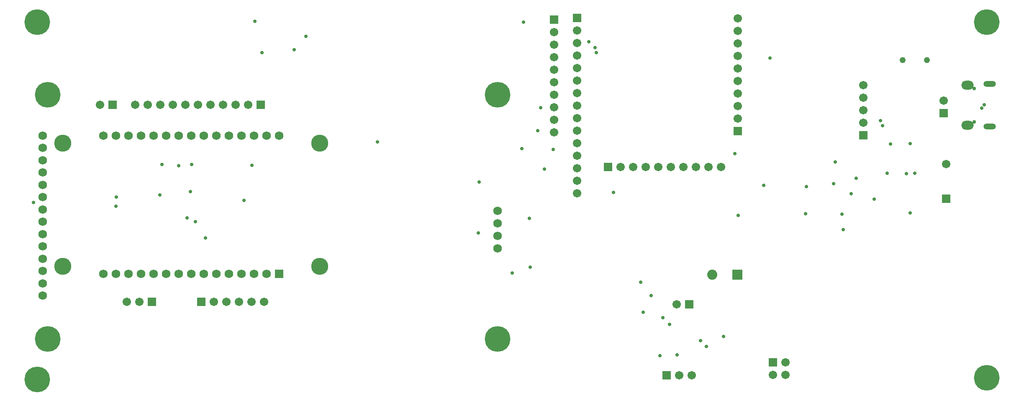
<source format=gbr>
G04*
G04 #@! TF.GenerationSoftware,Altium Limited,Altium Designer,23.1.1 (15)*
G04*
G04 Layer_Color=16711935*
%FSLAX44Y44*%
%MOMM*%
G71*
G04*
G04 #@! TF.SameCoordinates,1587853A-9B19-4160-AC70-F3A7ED46FF3E*
G04*
G04*
G04 #@! TF.FilePolarity,Negative*
G04*
G01*
G75*
%ADD51C,1.7032*%
%ADD52R,1.7032X1.7032*%
%ADD53C,5.2032*%
%ADD54R,1.7032X1.7032*%
%ADD55C,1.2332*%
%ADD56O,2.5032X1.8032*%
%ADD57O,2.5032X1.2032*%
%ADD58C,0.7532*%
%ADD59C,2.0532*%
%ADD60R,2.0532X2.0532*%
%ADD61C,1.7272*%
%ADD62C,3.4532*%
%ADD63C,1.7332*%
%ADD64R,1.7332X1.7332*%
%ADD65C,0.7032*%
D51*
X1362300Y47500D02*
D03*
X1336900D02*
D03*
X1129600Y416250D02*
D03*
Y441650D02*
D03*
Y467050D02*
D03*
Y492450D02*
D03*
Y517850D02*
D03*
Y543250D02*
D03*
Y568650D02*
D03*
Y594050D02*
D03*
Y619450D02*
D03*
Y644850D02*
D03*
Y670250D02*
D03*
Y695650D02*
D03*
Y721050D02*
D03*
Y746450D02*
D03*
X1877000Y476251D02*
D03*
X1708912Y560034D02*
D03*
Y585434D02*
D03*
Y610834D02*
D03*
Y636234D02*
D03*
X1871472Y604992D02*
D03*
X1551400Y48350D02*
D03*
X1526000D02*
D03*
X1551400Y73750D02*
D03*
X1218000Y469600D02*
D03*
X1268800D02*
D03*
X1294200D02*
D03*
X1319600D02*
D03*
X1345000D02*
D03*
X1370400D02*
D03*
X1395800D02*
D03*
X1421200D02*
D03*
X1243400D02*
D03*
X1454850Y568500D02*
D03*
Y619300D02*
D03*
Y644700D02*
D03*
Y670100D02*
D03*
Y695500D02*
D03*
Y720900D02*
D03*
Y746300D02*
D03*
Y771700D02*
D03*
Y593900D02*
D03*
X1083350Y743450D02*
D03*
Y692650D02*
D03*
Y667250D02*
D03*
Y641850D02*
D03*
Y616450D02*
D03*
Y591050D02*
D03*
Y565650D02*
D03*
Y540250D02*
D03*
Y718050D02*
D03*
X1331350Y191000D02*
D03*
X164600Y596240D02*
D03*
X219200Y196240D02*
D03*
X244600D02*
D03*
X497000Y196240D02*
D03*
X471600D02*
D03*
X446200D02*
D03*
X420800D02*
D03*
X395400D02*
D03*
X464599Y596240D02*
D03*
X439199D02*
D03*
X413800D02*
D03*
X388400D02*
D03*
X362999D02*
D03*
X337599D02*
D03*
X312199D02*
D03*
X286800D02*
D03*
X261399D02*
D03*
X236000D02*
D03*
D52*
X1311500Y47500D02*
D03*
X1192600Y469600D02*
D03*
X1356750Y191000D02*
D03*
X190000Y596240D02*
D03*
X270000Y196240D02*
D03*
X370000Y196240D02*
D03*
X490000Y596240D02*
D03*
D53*
X37750Y38750D02*
D03*
X1958750Y42250D02*
D03*
Y763500D02*
D03*
X37750Y763750D02*
D03*
X968810Y616210D02*
D03*
X58810D02*
D03*
Y121210D02*
D03*
X968810D02*
D03*
D54*
X1129600Y771850D02*
D03*
X1877000Y405251D02*
D03*
X1708912Y534634D02*
D03*
X1871472Y579592D02*
D03*
X1526000Y73750D02*
D03*
X1454850Y543100D02*
D03*
X1083350Y768850D02*
D03*
D55*
X1788850Y686500D02*
D03*
X1837650D02*
D03*
D56*
X1919667Y635941D02*
D03*
Y554740D02*
D03*
D57*
X1965169Y638540D02*
D03*
Y552140D02*
D03*
D58*
X1933168Y629340D02*
D03*
Y561339D02*
D03*
D59*
X1403850Y251250D02*
D03*
D60*
X1454650D02*
D03*
D61*
X48810Y533809D02*
D03*
Y208810D02*
D03*
Y233810D02*
D03*
Y258810D02*
D03*
Y283810D02*
D03*
Y308810D02*
D03*
Y333810D02*
D03*
Y358810D02*
D03*
Y383810D02*
D03*
Y408810D02*
D03*
Y433810D02*
D03*
Y458810D02*
D03*
Y483810D02*
D03*
Y508810D02*
D03*
X968810Y356010D02*
D03*
Y330610D02*
D03*
Y305210D02*
D03*
Y381410D02*
D03*
D62*
X89290Y518280D02*
D03*
X609290D02*
D03*
Y268280D02*
D03*
X89290D02*
D03*
D63*
X527090Y533280D02*
D03*
X501690D02*
D03*
X476290D02*
D03*
X450890D02*
D03*
X425490D02*
D03*
X400090D02*
D03*
X374690D02*
D03*
X349290D02*
D03*
X323890D02*
D03*
X298490D02*
D03*
X273090D02*
D03*
X247690D02*
D03*
X222290D02*
D03*
X196890D02*
D03*
X171490D02*
D03*
Y253280D02*
D03*
X196890D02*
D03*
X222290D02*
D03*
X247690D02*
D03*
X273090D02*
D03*
X298490D02*
D03*
X323890D02*
D03*
X349290D02*
D03*
X374690D02*
D03*
X400090D02*
D03*
X425490D02*
D03*
X450890D02*
D03*
X476290D02*
D03*
X501690D02*
D03*
D64*
X527090D02*
D03*
D65*
X1953500Y595750D02*
D03*
X1949071Y589648D02*
D03*
X30000Y397750D02*
D03*
X998500Y255250D02*
D03*
X197500Y409250D02*
D03*
X197250Y390250D02*
D03*
X477750Y765250D02*
D03*
X472250Y473250D02*
D03*
X455750Y402000D02*
D03*
X340750Y366750D02*
D03*
X378250Y325750D02*
D03*
X357500Y358750D02*
D03*
X726000Y520500D02*
D03*
X931500Y439250D02*
D03*
X929750Y336000D02*
D03*
X324250Y472250D02*
D03*
X350000Y475000D02*
D03*
X347500Y420250D02*
D03*
X289750Y474750D02*
D03*
X286000Y413250D02*
D03*
X1035250Y267000D02*
D03*
X1033500Y366250D02*
D03*
X1018000Y507250D02*
D03*
X1021500Y763500D02*
D03*
X1081500Y505500D02*
D03*
X1203750Y418500D02*
D03*
X1050000Y543250D02*
D03*
X581500Y735000D02*
D03*
X1056250Y590000D02*
D03*
X557500Y708000D02*
D03*
X492250Y702000D02*
D03*
X1064000Y466000D02*
D03*
X1449250Y497000D02*
D03*
X1507500Y432750D02*
D03*
X1455500Y372000D02*
D03*
X1803500Y377000D02*
D03*
X1592250Y375250D02*
D03*
X1668750Y343000D02*
D03*
X1666000Y374250D02*
D03*
X1731000Y404500D02*
D03*
X1684250Y416000D02*
D03*
X1594250Y430500D02*
D03*
X1649250Y435750D02*
D03*
X1694500Y446750D02*
D03*
X1796000Y456750D02*
D03*
X1813500Y457000D02*
D03*
X1757750Y457500D02*
D03*
X1652500Y479750D02*
D03*
X1763750Y516750D02*
D03*
X1804250Y517000D02*
D03*
X1743500Y563750D02*
D03*
X1748250Y553750D02*
D03*
X1259000Y236500D02*
D03*
X1279750Y209500D02*
D03*
X1426250Y126250D02*
D03*
X1379500Y117500D02*
D03*
X1264000Y175500D02*
D03*
X1303750Y164500D02*
D03*
X1332250Y89000D02*
D03*
X1391500Y105750D02*
D03*
X1317250Y150750D02*
D03*
X1298000Y87250D02*
D03*
X1520000Y690750D02*
D03*
X1168750Y702000D02*
D03*
X1166000Y712500D02*
D03*
X1154000Y724000D02*
D03*
M02*

</source>
